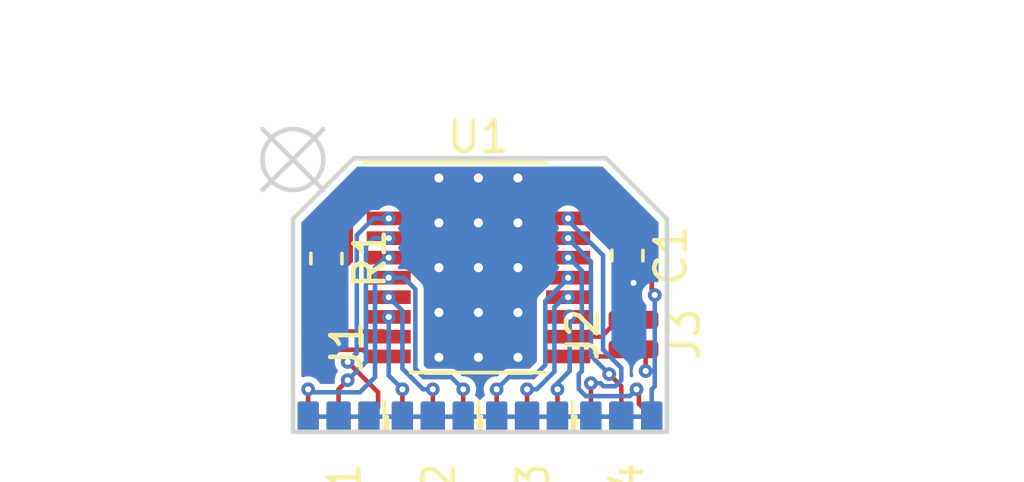
<source format=kicad_pcb>
(kicad_pcb (version 20171130) (host pcbnew 5.0.0-fee4fd1~66~ubuntu18.04.1)

  (general
    (thickness 1.6)
    (drawings 10)
    (tracks 173)
    (zones 0)
    (modules 10)
    (nets 20)
  )

  (page A4)
  (layers
    (0 F.Cu signal)
    (31 B.Cu signal)
    (32 B.Adhes user)
    (33 F.Adhes user)
    (34 B.Paste user hide)
    (35 F.Paste user hide)
    (36 B.SilkS user)
    (37 F.SilkS user hide)
    (38 B.Mask user)
    (39 F.Mask user hide)
    (40 Dwgs.User user)
    (41 Cmts.User user)
    (42 Eco1.User user)
    (43 Eco2.User user)
    (44 Edge.Cuts user)
    (45 Margin user)
    (46 B.CrtYd user)
    (47 F.CrtYd user)
    (48 B.Fab user)
    (49 F.Fab user hide)
  )

  (setup
    (last_trace_width 0.15)
    (trace_clearance 0.1)
    (zone_clearance 0.2)
    (zone_45_only no)
    (trace_min 0.1)
    (segment_width 0.2)
    (edge_width 0.15)
    (via_size 0.45)
    (via_drill 0.2)
    (via_min_size 0.45)
    (via_min_drill 0.2)
    (uvia_size 0.3)
    (uvia_drill 0.1)
    (uvias_allowed no)
    (uvia_min_size 0.2)
    (uvia_min_drill 0.1)
    (pcb_text_width 0.3)
    (pcb_text_size 1.5 1.5)
    (mod_edge_width 0.15)
    (mod_text_size 1 1)
    (mod_text_width 0.15)
    (pad_size 1.524 1.524)
    (pad_drill 0.762)
    (pad_to_mask_clearance 0.075)
    (solder_mask_min_width 0.1)
    (aux_axis_origin 100 100)
    (grid_origin 100 100)
    (visible_elements FFFFFF7F)
    (pcbplotparams
      (layerselection 0x010fc_ffffffff)
      (usegerberextensions false)
      (usegerberattributes false)
      (usegerberadvancedattributes false)
      (creategerberjobfile false)
      (excludeedgelayer true)
      (linewidth 0.100000)
      (plotframeref false)
      (viasonmask false)
      (mode 1)
      (useauxorigin false)
      (hpglpennumber 1)
      (hpglpenspeed 20)
      (hpglpendiameter 15.000000)
      (psnegative false)
      (psa4output false)
      (plotreference true)
      (plotvalue true)
      (plotinvisibletext false)
      (padsonsilk false)
      (subtractmaskfromsilk false)
      (outputformat 1)
      (mirror false)
      (drillshape 1)
      (scaleselection 1)
      (outputdirectory ""))
  )

  (net 0 "")
  (net 1 VCC)
  (net 2 GND)
  (net 3 /led_0_b)
  (net 4 /led_0_g)
  (net 5 /led_0_r)
  (net 6 /led_1_r)
  (net 7 /led_1_g)
  (net 8 /led_1_b)
  (net 9 /led_2_b)
  (net 10 /led_2_g)
  (net 11 /led_2_r)
  (net 12 /led_3_r)
  (net 13 /led_3_g)
  (net 14 /led_3_b)
  (net 15 /clock_in)
  (net 16 /data_in)
  (net 17 /clock_out)
  (net 18 /data_out)
  (net 19 "Net-(R1-Pad1)")

  (net_class Default "This is the default net class."
    (clearance 0.1)
    (trace_width 0.15)
    (via_dia 0.45)
    (via_drill 0.2)
    (uvia_dia 0.3)
    (uvia_drill 0.1)
    (diff_pair_gap 0.1)
    (diff_pair_width 0.1)
    (add_net /clock_in)
    (add_net /clock_out)
    (add_net /data_in)
    (add_net /data_out)
    (add_net /led_0_b)
    (add_net /led_0_g)
    (add_net /led_0_r)
    (add_net /led_1_b)
    (add_net /led_1_g)
    (add_net /led_1_r)
    (add_net /led_2_b)
    (add_net /led_2_g)
    (add_net /led_2_r)
    (add_net /led_3_b)
    (add_net /led_3_g)
    (add_net /led_3_r)
    (add_net GND)
    (add_net "Net-(R1-Pad1)")
    (add_net "Net-(U1-Pad14)")
    (add_net "Net-(U1-Pad17)")
    (add_net "Net-(U1-Pad3)")
    (add_net "Net-(U1-Pad4)")
    (add_net VCC)
  )

  (module Capacitor_SMD:C_0603_1608Metric_Pad1.05x0.95mm_HandSolder (layer F.Cu) (tedit 5B301BBE) (tstamp 5B75E75D)
    (at 111 103.2 270)
    (descr "Capacitor SMD 0603 (1608 Metric), square (rectangular) end terminal, IPC_7351 nominal with elongated pad for handsoldering. (Body size source: http://www.tortai-tech.com/upload/download/2011102023233369053.pdf), generated with kicad-footprint-generator")
    (tags "capacitor handsolder")
    (path /5B69A7A7)
    (attr smd)
    (fp_text reference C1 (at 0 -1.43 270) (layer F.SilkS)
      (effects (font (size 1 1) (thickness 0.15)))
    )
    (fp_text value 100n (at -0.1 -3 270) (layer F.Fab)
      (effects (font (size 1 1) (thickness 0.15)))
    )
    (fp_line (start -0.8 0.4) (end -0.8 -0.4) (layer F.Fab) (width 0.1))
    (fp_line (start -0.8 -0.4) (end 0.8 -0.4) (layer F.Fab) (width 0.1))
    (fp_line (start 0.8 -0.4) (end 0.8 0.4) (layer F.Fab) (width 0.1))
    (fp_line (start 0.8 0.4) (end -0.8 0.4) (layer F.Fab) (width 0.1))
    (fp_line (start -0.171267 -0.51) (end 0.171267 -0.51) (layer F.SilkS) (width 0.12))
    (fp_line (start -0.171267 0.51) (end 0.171267 0.51) (layer F.SilkS) (width 0.12))
    (fp_line (start -1.65 0.73) (end -1.65 -0.73) (layer F.CrtYd) (width 0.05))
    (fp_line (start -1.65 -0.73) (end 1.65 -0.73) (layer F.CrtYd) (width 0.05))
    (fp_line (start 1.65 -0.73) (end 1.65 0.73) (layer F.CrtYd) (width 0.05))
    (fp_line (start 1.65 0.73) (end -1.65 0.73) (layer F.CrtYd) (width 0.05))
    (fp_text user %R (at 0 0 270) (layer F.Fab)
      (effects (font (size 0.4 0.4) (thickness 0.06)))
    )
    (pad 1 smd roundrect (at -0.875 0 270) (size 1.05 0.95) (layers F.Cu F.Paste F.Mask) (roundrect_rratio 0.25)
      (net 1 VCC))
    (pad 2 smd roundrect (at 0.875 0 270) (size 1.05 0.95) (layers F.Cu F.Paste F.Mask) (roundrect_rratio 0.25)
      (net 2 GND))
    (model ${KISYS3DMOD}/Capacitor_SMD.3dshapes/C_0603_1608Metric.wrl
      (at (xyz 0 0 0))
      (scale (xyz 1 1 1))
      (rotate (xyz 0 0 0))
    )
  )

  (module Resistor_SMD:R_0603_1608Metric_Pad1.05x0.95mm_HandSolder (layer F.Cu) (tedit 5B301BBD) (tstamp 5B75E80E)
    (at 101.1 103.3 270)
    (descr "Resistor SMD 0603 (1608 Metric), square (rectangular) end terminal, IPC_7351 nominal with elongated pad for handsoldering. (Body size source: http://www.tortai-tech.com/upload/download/2011102023233369053.pdf), generated with kicad-footprint-generator")
    (tags "resistor handsolder")
    (path /5B69AAAA)
    (attr smd)
    (fp_text reference R1 (at 0 -1.43 270) (layer F.SilkS)
      (effects (font (size 1 1) (thickness 0.15)))
    )
    (fp_text value 2k7 (at 0 1.7 270) (layer F.Fab)
      (effects (font (size 1 1) (thickness 0.15)))
    )
    (fp_line (start -0.8 0.4) (end -0.8 -0.4) (layer F.Fab) (width 0.1))
    (fp_line (start -0.8 -0.4) (end 0.8 -0.4) (layer F.Fab) (width 0.1))
    (fp_line (start 0.8 -0.4) (end 0.8 0.4) (layer F.Fab) (width 0.1))
    (fp_line (start 0.8 0.4) (end -0.8 0.4) (layer F.Fab) (width 0.1))
    (fp_line (start -0.171267 -0.51) (end 0.171267 -0.51) (layer F.SilkS) (width 0.12))
    (fp_line (start -0.171267 0.51) (end 0.171267 0.51) (layer F.SilkS) (width 0.12))
    (fp_line (start -1.65 0.73) (end -1.65 -0.73) (layer F.CrtYd) (width 0.05))
    (fp_line (start -1.65 -0.73) (end 1.65 -0.73) (layer F.CrtYd) (width 0.05))
    (fp_line (start 1.65 -0.73) (end 1.65 0.73) (layer F.CrtYd) (width 0.05))
    (fp_line (start 1.65 0.73) (end -1.65 0.73) (layer F.CrtYd) (width 0.05))
    (fp_text user %R (at 0 0 270) (layer F.Fab)
      (effects (font (size 0.4 0.4) (thickness 0.06)))
    )
    (pad 1 smd roundrect (at -0.875 0 270) (size 1.05 0.95) (layers F.Cu F.Paste F.Mask) (roundrect_rratio 0.25)
      (net 19 "Net-(R1-Pad1)"))
    (pad 2 smd roundrect (at 0.875 0 270) (size 1.05 0.95) (layers F.Cu F.Paste F.Mask) (roundrect_rratio 0.25)
      (net 2 GND))
    (model ${KISYS3DMOD}/Resistor_SMD.3dshapes/R_0603_1608Metric.wrl
      (at (xyz 0 0 0))
      (scale (xyz 1 1 1))
      (rotate (xyz 0 0 0))
    )
  )

  (module LEDs_SMD_NICHIA:LED_NSSM124_PCBEdge (layer F.Cu) (tedit 5B82EBF7) (tstamp 5B8FA77E)
    (at 101.5 109 270)
    (descr http://www.nichia.co.jp/en/product/led_product_data.html?type=%27NSSM124%27)
    (tags "LED RGB SMD NICHIA NSSM124 White-Binning rounded PCBEdge")
    (path /5B69B7B8)
    (attr smd)
    (fp_text reference D1 (at 2 -0.2 270) (layer F.SilkS)
      (effects (font (size 1 1) (thickness 0.15)))
    )
    (fp_text value led_0 (at 3.5 -0.1 270) (layer F.Fab)
      (effects (font (size 1 1) (thickness 0.15)))
    )
    (fp_text user R (at 0.45 1 270) (layer F.Fab)
      (effects (font (size 0.5 0.5) (thickness 0.1)))
    )
    (fp_text user G (at 0.45 0 270) (layer F.Fab)
      (effects (font (size 0.5 0.5) (thickness 0.1)))
    )
    (fp_text user B (at 0.45 -1 270) (layer F.Fab)
      (effects (font (size 0.5 0.5) (thickness 0.1)))
    )
    (fp_line (start 0.3 -1.5) (end 0 -1.2) (layer F.Fab) (width 0.1))
    (fp_line (start 0.3 -1.5) (end 0.75 -1.5) (layer F.Fab) (width 0.1))
    (fp_line (start 0.75 -1.5) (end 0.75 1.5) (layer F.Fab) (width 0.1))
    (fp_line (start 0.75 1.5) (end 0 1.5) (layer F.Fab) (width 0.1))
    (fp_line (start 0 1.5) (end 0 -1.2) (layer F.Fab) (width 0.1))
    (fp_line (start -1.05 -1.5) (end 0.75 -1.5) (layer F.CrtYd) (width 0.05))
    (fp_line (start 0.75 -1.5) (end 0.75 1.5) (layer F.CrtYd) (width 0.05))
    (fp_line (start 0.75 1.5) (end -1.05 1.5) (layer F.CrtYd) (width 0.05))
    (fp_line (start -1.05 1.5) (end -1.05 -1.5) (layer F.CrtYd) (width 0.05))
    (fp_line (start -0.05 -1.5) (end -1 -1.5) (layer F.SilkS) (width 0.12))
    (fp_line (start -0.05 1.5) (end -0.5 1.5) (layer F.SilkS) (width 0.12))
    (fp_text user %R (at 0 -0.5 270) (layer F.Fab)
      (effects (font (size 0.127 0.127) (thickness 0.01)))
    )
    (pad 3 smd roundrect (at -0.5 1 270) (size 1 0.7) (layers F.Cu F.Mask) (roundrect_rratio 0.1)
      (net 3 /led_0_b))
    (pad 2 smd roundrect (at -0.5 0 270) (size 1 0.8) (layers F.Cu F.Mask) (roundrect_rratio 0.1)
      (net 4 /led_0_g))
    (pad 4 smd roundrect (at -0.5 1 270) (size 1 0.7) (layers B.Cu B.Mask) (roundrect_rratio 0.1)
      (net 1 VCC))
    (pad 5 smd roundrect (at -0.5 0 270) (size 1 0.8) (layers B.Cu B.Mask) (roundrect_rratio 0.1)
      (net 1 VCC))
    (pad 6 smd roundrect (at -0.5 -1 270) (size 1 0.7) (layers B.Cu B.Mask) (roundrect_rratio 0.1)
      (net 1 VCC))
    (pad 1 smd roundrect (at -0.5 -1 270) (size 1 0.7) (layers F.Cu F.Mask) (roundrect_rratio 0.1)
      (net 5 /led_0_r))
    (model ${KISYS3DMOD}/LEDs_SMD_NICHIA.3dshapes/LED_NSSM124_PCBEdge.wrl
      (at (xyz 0 0 0))
      (scale (xyz 1 1 1))
      (rotate (xyz 0 0 0))
    )
  )

  (module LEDs_SMD_NICHIA:LED_NSSM124_PCBEdge (layer F.Cu) (tedit 5B82EBF7) (tstamp 5B8FA796)
    (at 104.6 109 270)
    (descr http://www.nichia.co.jp/en/product/led_product_data.html?type=%27NSSM124%27)
    (tags "LED RGB SMD NICHIA NSSM124 White-Binning rounded PCBEdge")
    (path /5B69B96E)
    (attr smd)
    (fp_text reference D2 (at 2 -0.2 270) (layer F.SilkS)
      (effects (font (size 1 1) (thickness 0.15)))
    )
    (fp_text value led_1 (at 3.5 -0.1 270) (layer F.Fab)
      (effects (font (size 1 1) (thickness 0.15)))
    )
    (fp_text user %R (at 0 -0.5 270) (layer F.Fab)
      (effects (font (size 0.127 0.127) (thickness 0.01)))
    )
    (fp_line (start -0.05 1.5) (end -0.5 1.5) (layer F.SilkS) (width 0.12))
    (fp_line (start -0.05 -1.5) (end -1 -1.5) (layer F.SilkS) (width 0.12))
    (fp_line (start -1.05 1.5) (end -1.05 -1.5) (layer F.CrtYd) (width 0.05))
    (fp_line (start 0.75 1.5) (end -1.05 1.5) (layer F.CrtYd) (width 0.05))
    (fp_line (start 0.75 -1.5) (end 0.75 1.5) (layer F.CrtYd) (width 0.05))
    (fp_line (start -1.05 -1.5) (end 0.75 -1.5) (layer F.CrtYd) (width 0.05))
    (fp_line (start 0 1.5) (end 0 -1.2) (layer F.Fab) (width 0.1))
    (fp_line (start 0.75 1.5) (end 0 1.5) (layer F.Fab) (width 0.1))
    (fp_line (start 0.75 -1.5) (end 0.75 1.5) (layer F.Fab) (width 0.1))
    (fp_line (start 0.3 -1.5) (end 0.75 -1.5) (layer F.Fab) (width 0.1))
    (fp_line (start 0.3 -1.5) (end 0 -1.2) (layer F.Fab) (width 0.1))
    (fp_text user B (at 0.45 -1 270) (layer F.Fab)
      (effects (font (size 0.5 0.5) (thickness 0.1)))
    )
    (fp_text user G (at 0.45 0 270) (layer F.Fab)
      (effects (font (size 0.5 0.5) (thickness 0.1)))
    )
    (fp_text user R (at 0.45 1 270) (layer F.Fab)
      (effects (font (size 0.5 0.5) (thickness 0.1)))
    )
    (pad 1 smd roundrect (at -0.5 -1 270) (size 1 0.7) (layers F.Cu F.Mask) (roundrect_rratio 0.1)
      (net 6 /led_1_r))
    (pad 6 smd roundrect (at -0.5 -1 270) (size 1 0.7) (layers B.Cu B.Mask) (roundrect_rratio 0.1)
      (net 1 VCC))
    (pad 5 smd roundrect (at -0.5 0 270) (size 1 0.8) (layers B.Cu B.Mask) (roundrect_rratio 0.1)
      (net 1 VCC))
    (pad 4 smd roundrect (at -0.5 1 270) (size 1 0.7) (layers B.Cu B.Mask) (roundrect_rratio 0.1)
      (net 1 VCC))
    (pad 2 smd roundrect (at -0.5 0 270) (size 1 0.8) (layers F.Cu F.Mask) (roundrect_rratio 0.1)
      (net 7 /led_1_g))
    (pad 3 smd roundrect (at -0.5 1 270) (size 1 0.7) (layers F.Cu F.Mask) (roundrect_rratio 0.1)
      (net 8 /led_1_b))
    (model ${KISYS3DMOD}/LEDs_SMD_NICHIA.3dshapes/LED_NSSM124_PCBEdge.wrl
      (at (xyz 0 0 0))
      (scale (xyz 1 1 1))
      (rotate (xyz 0 0 0))
    )
  )

  (module LEDs_SMD_NICHIA:LED_NSSM124_PCBEdge (layer F.Cu) (tedit 5B82EBF7) (tstamp 5B8FA7AE)
    (at 107.7 109 270)
    (descr http://www.nichia.co.jp/en/product/led_product_data.html?type=%27NSSM124%27)
    (tags "LED RGB SMD NICHIA NSSM124 White-Binning rounded PCBEdge")
    (path /5B69BA7A)
    (attr smd)
    (fp_text reference D3 (at 2 -0.2 270) (layer F.SilkS)
      (effects (font (size 1 1) (thickness 0.15)))
    )
    (fp_text value led_2 (at 3.5 -0.1 270) (layer F.Fab)
      (effects (font (size 1 1) (thickness 0.15)))
    )
    (fp_text user R (at 0.45 1 270) (layer F.Fab)
      (effects (font (size 0.5 0.5) (thickness 0.1)))
    )
    (fp_text user G (at 0.45 0 270) (layer F.Fab)
      (effects (font (size 0.5 0.5) (thickness 0.1)))
    )
    (fp_text user B (at 0.45 -1 270) (layer F.Fab)
      (effects (font (size 0.5 0.5) (thickness 0.1)))
    )
    (fp_line (start 0.3 -1.5) (end 0 -1.2) (layer F.Fab) (width 0.1))
    (fp_line (start 0.3 -1.5) (end 0.75 -1.5) (layer F.Fab) (width 0.1))
    (fp_line (start 0.75 -1.5) (end 0.75 1.5) (layer F.Fab) (width 0.1))
    (fp_line (start 0.75 1.5) (end 0 1.5) (layer F.Fab) (width 0.1))
    (fp_line (start 0 1.5) (end 0 -1.2) (layer F.Fab) (width 0.1))
    (fp_line (start -1.05 -1.5) (end 0.75 -1.5) (layer F.CrtYd) (width 0.05))
    (fp_line (start 0.75 -1.5) (end 0.75 1.5) (layer F.CrtYd) (width 0.05))
    (fp_line (start 0.75 1.5) (end -1.05 1.5) (layer F.CrtYd) (width 0.05))
    (fp_line (start -1.05 1.5) (end -1.05 -1.5) (layer F.CrtYd) (width 0.05))
    (fp_line (start -0.05 -1.5) (end -1 -1.5) (layer F.SilkS) (width 0.12))
    (fp_line (start -0.05 1.5) (end -0.5 1.5) (layer F.SilkS) (width 0.12))
    (fp_text user %R (at 0 -0.5 270) (layer F.Fab)
      (effects (font (size 0.127 0.127) (thickness 0.01)))
    )
    (pad 3 smd roundrect (at -0.5 1 270) (size 1 0.7) (layers F.Cu F.Mask) (roundrect_rratio 0.1)
      (net 9 /led_2_b))
    (pad 2 smd roundrect (at -0.5 0 270) (size 1 0.8) (layers F.Cu F.Mask) (roundrect_rratio 0.1)
      (net 10 /led_2_g))
    (pad 4 smd roundrect (at -0.5 1 270) (size 1 0.7) (layers B.Cu B.Mask) (roundrect_rratio 0.1)
      (net 1 VCC))
    (pad 5 smd roundrect (at -0.5 0 270) (size 1 0.8) (layers B.Cu B.Mask) (roundrect_rratio 0.1)
      (net 1 VCC))
    (pad 6 smd roundrect (at -0.5 -1 270) (size 1 0.7) (layers B.Cu B.Mask) (roundrect_rratio 0.1)
      (net 1 VCC))
    (pad 1 smd roundrect (at -0.5 -1 270) (size 1 0.7) (layers F.Cu F.Mask) (roundrect_rratio 0.1)
      (net 11 /led_2_r))
    (model ${KISYS3DMOD}/LEDs_SMD_NICHIA.3dshapes/LED_NSSM124_PCBEdge.wrl
      (at (xyz 0 0 0))
      (scale (xyz 1 1 1))
      (rotate (xyz 0 0 0))
    )
  )

  (module LEDs_SMD_NICHIA:LED_NSSM124_PCBEdge (layer F.Cu) (tedit 5B82EBF7) (tstamp 5B8FA7C6)
    (at 110.8 109 270)
    (descr http://www.nichia.co.jp/en/product/led_product_data.html?type=%27NSSM124%27)
    (tags "LED RGB SMD NICHIA NSSM124 White-Binning rounded PCBEdge")
    (path /5B69BC3F)
    (attr smd)
    (fp_text reference D4 (at 2 -0.2 270) (layer F.SilkS)
      (effects (font (size 1 1) (thickness 0.15)))
    )
    (fp_text value led_3 (at 3.5 -0.1 270) (layer F.Fab)
      (effects (font (size 1 1) (thickness 0.15)))
    )
    (fp_text user %R (at 0 -0.5 270) (layer F.Fab)
      (effects (font (size 0.127 0.127) (thickness 0.01)))
    )
    (fp_line (start -0.05 1.5) (end -0.5 1.5) (layer F.SilkS) (width 0.12))
    (fp_line (start -0.05 -1.5) (end -1 -1.5) (layer F.SilkS) (width 0.12))
    (fp_line (start -1.05 1.5) (end -1.05 -1.5) (layer F.CrtYd) (width 0.05))
    (fp_line (start 0.75 1.5) (end -1.05 1.5) (layer F.CrtYd) (width 0.05))
    (fp_line (start 0.75 -1.5) (end 0.75 1.5) (layer F.CrtYd) (width 0.05))
    (fp_line (start -1.05 -1.5) (end 0.75 -1.5) (layer F.CrtYd) (width 0.05))
    (fp_line (start 0 1.5) (end 0 -1.2) (layer F.Fab) (width 0.1))
    (fp_line (start 0.75 1.5) (end 0 1.5) (layer F.Fab) (width 0.1))
    (fp_line (start 0.75 -1.5) (end 0.75 1.5) (layer F.Fab) (width 0.1))
    (fp_line (start 0.3 -1.5) (end 0.75 -1.5) (layer F.Fab) (width 0.1))
    (fp_line (start 0.3 -1.5) (end 0 -1.2) (layer F.Fab) (width 0.1))
    (fp_text user B (at 0.45 -1 270) (layer F.Fab)
      (effects (font (size 0.5 0.5) (thickness 0.1)))
    )
    (fp_text user G (at 0.45 0 270) (layer F.Fab)
      (effects (font (size 0.5 0.5) (thickness 0.1)))
    )
    (fp_text user R (at 0.45 1 270) (layer F.Fab)
      (effects (font (size 0.5 0.5) (thickness 0.1)))
    )
    (pad 1 smd roundrect (at -0.5 -1 270) (size 1 0.7) (layers F.Cu F.Mask) (roundrect_rratio 0.1)
      (net 12 /led_3_r))
    (pad 6 smd roundrect (at -0.5 -1 270) (size 1 0.7) (layers B.Cu B.Mask) (roundrect_rratio 0.1)
      (net 1 VCC))
    (pad 5 smd roundrect (at -0.5 0 270) (size 1 0.8) (layers B.Cu B.Mask) (roundrect_rratio 0.1)
      (net 1 VCC))
    (pad 4 smd roundrect (at -0.5 1 270) (size 1 0.7) (layers B.Cu B.Mask) (roundrect_rratio 0.1)
      (net 1 VCC))
    (pad 2 smd roundrect (at -0.5 0 270) (size 1 0.8) (layers F.Cu F.Mask) (roundrect_rratio 0.1)
      (net 13 /led_3_g))
    (pad 3 smd roundrect (at -0.5 1 270) (size 1 0.7) (layers F.Cu F.Mask) (roundrect_rratio 0.1)
      (net 14 /led_3_b))
    (model ${KISYS3DMOD}/LEDs_SMD_NICHIA.3dshapes/LED_NSSM124_PCBEdge.wrl
      (at (xyz 0 0 0))
      (scale (xyz 1 1 1))
      (rotate (xyz 0 0 0))
    )
  )

  (module Resistor_SMD:R_0402_1005Metric (layer F.Cu) (tedit 5B301BBD) (tstamp 5B9E7E5A)
    (at 111.7 105.8 270)
    (descr "Resistor SMD 0402 (1005 Metric), square (rectangular) end terminal, IPC_7351 nominal, (Body size source: http://www.tortai-tech.com/upload/download/2011102023233369053.pdf), generated with kicad-footprint-generator")
    (tags resistor)
    (path /5B697371)
    (attr smd)
    (fp_text reference J3 (at 0 -1.17 270) (layer F.SilkS)
      (effects (font (size 1 1) (thickness 0.15)))
    )
    (fp_text value power (at 0.9 -3.3 180) (layer F.Fab)
      (effects (font (size 1 1) (thickness 0.15)))
    )
    (fp_line (start -0.5 0.25) (end -0.5 -0.25) (layer F.Fab) (width 0.1))
    (fp_line (start -0.5 -0.25) (end 0.5 -0.25) (layer F.Fab) (width 0.1))
    (fp_line (start 0.5 -0.25) (end 0.5 0.25) (layer F.Fab) (width 0.1))
    (fp_line (start 0.5 0.25) (end -0.5 0.25) (layer F.Fab) (width 0.1))
    (fp_line (start -0.93 0.47) (end -0.93 -0.47) (layer F.CrtYd) (width 0.05))
    (fp_line (start -0.93 -0.47) (end 0.93 -0.47) (layer F.CrtYd) (width 0.05))
    (fp_line (start 0.93 -0.47) (end 0.93 0.47) (layer F.CrtYd) (width 0.05))
    (fp_line (start 0.93 0.47) (end -0.93 0.47) (layer F.CrtYd) (width 0.05))
    (fp_text user %R (at 0 0 270) (layer F.Fab)
      (effects (font (size 0.25 0.25) (thickness 0.04)))
    )
    (pad 1 smd roundrect (at -0.485 0 270) (size 0.59 0.64) (layers F.Cu F.Paste F.Mask) (roundrect_rratio 0.25)
      (net 2 GND))
    (pad 2 smd roundrect (at 0.485 0 270) (size 0.59 0.64) (layers F.Cu F.Paste F.Mask) (roundrect_rratio 0.25)
      (net 1 VCC))
    (model ${KISYS3DMOD}/Resistor_SMD.3dshapes/R_0402_1005Metric.wrl
      (at (xyz 0 0 0))
      (scale (xyz 1 1 1))
      (rotate (xyz 0 0 0))
    )
  )

  (module Resistor_SMD:R_0402_1005Metric (layer F.Cu) (tedit 5B301BBD) (tstamp 5B9E82FB)
    (at 100.6 106.2 270)
    (descr "Resistor SMD 0402 (1005 Metric), square (rectangular) end terminal, IPC_7351 nominal, (Body size source: http://www.tortai-tech.com/upload/download/2011102023233369053.pdf), generated with kicad-footprint-generator")
    (tags resistor)
    (path /5B697555)
    (attr smd)
    (fp_text reference J1 (at 0 -1.17 270) (layer F.SilkS)
      (effects (font (size 1 1) (thickness 0.15)))
    )
    (fp_text value signal_in (at 0 4.25) (layer F.Fab)
      (effects (font (size 1 1) (thickness 0.15)))
    )
    (fp_line (start -0.5 0.25) (end -0.5 -0.25) (layer F.Fab) (width 0.1))
    (fp_line (start -0.5 -0.25) (end 0.5 -0.25) (layer F.Fab) (width 0.1))
    (fp_line (start 0.5 -0.25) (end 0.5 0.25) (layer F.Fab) (width 0.1))
    (fp_line (start 0.5 0.25) (end -0.5 0.25) (layer F.Fab) (width 0.1))
    (fp_line (start -0.93 0.47) (end -0.93 -0.47) (layer F.CrtYd) (width 0.05))
    (fp_line (start -0.93 -0.47) (end 0.93 -0.47) (layer F.CrtYd) (width 0.05))
    (fp_line (start 0.93 -0.47) (end 0.93 0.47) (layer F.CrtYd) (width 0.05))
    (fp_line (start 0.93 0.47) (end -0.93 0.47) (layer F.CrtYd) (width 0.05))
    (fp_text user %R (at 0 0 270) (layer F.Fab)
      (effects (font (size 0.25 0.25) (thickness 0.04)))
    )
    (pad 1 smd roundrect (at -0.485 0 270) (size 0.59 0.64) (layers F.Cu F.Paste F.Mask) (roundrect_rratio 0.25)
      (net 16 /data_in))
    (pad 2 smd roundrect (at 0.485 0 270) (size 0.59 0.64) (layers F.Cu F.Paste F.Mask) (roundrect_rratio 0.25)
      (net 15 /clock_in))
    (model ${KISYS3DMOD}/Resistor_SMD.3dshapes/R_0402_1005Metric.wrl
      (at (xyz 0 0 0))
      (scale (xyz 1 1 1))
      (rotate (xyz 0 0 0))
    )
  )

  (module Resistor_SMD:R_0402_1005Metric (layer F.Cu) (tedit 5B301BBD) (tstamp 5B9E8309)
    (at 110.7 105.8 90)
    (descr "Resistor SMD 0402 (1005 Metric), square (rectangular) end terminal, IPC_7351 nominal, (Body size source: http://www.tortai-tech.com/upload/download/2011102023233369053.pdf), generated with kicad-footprint-generator")
    (tags resistor)
    (path /5B69763E)
    (attr smd)
    (fp_text reference J2 (at 0 -1.17 90) (layer F.SilkS)
      (effects (font (size 1 1) (thickness 0.15)))
    )
    (fp_text value signal_out (at 0.1 6 180) (layer F.Fab)
      (effects (font (size 1 1) (thickness 0.15)))
    )
    (fp_text user %R (at 0 0 90) (layer F.Fab)
      (effects (font (size 0.25 0.25) (thickness 0.04)))
    )
    (fp_line (start 0.93 0.47) (end -0.93 0.47) (layer F.CrtYd) (width 0.05))
    (fp_line (start 0.93 -0.47) (end 0.93 0.47) (layer F.CrtYd) (width 0.05))
    (fp_line (start -0.93 -0.47) (end 0.93 -0.47) (layer F.CrtYd) (width 0.05))
    (fp_line (start -0.93 0.47) (end -0.93 -0.47) (layer F.CrtYd) (width 0.05))
    (fp_line (start 0.5 0.25) (end -0.5 0.25) (layer F.Fab) (width 0.1))
    (fp_line (start 0.5 -0.25) (end 0.5 0.25) (layer F.Fab) (width 0.1))
    (fp_line (start -0.5 -0.25) (end 0.5 -0.25) (layer F.Fab) (width 0.1))
    (fp_line (start -0.5 0.25) (end -0.5 -0.25) (layer F.Fab) (width 0.1))
    (pad 2 smd roundrect (at 0.485 0 90) (size 0.59 0.64) (layers F.Cu F.Paste F.Mask) (roundrect_rratio 0.25)
      (net 18 /data_out))
    (pad 1 smd roundrect (at -0.485 0 90) (size 0.59 0.64) (layers F.Cu F.Paste F.Mask) (roundrect_rratio 0.25)
      (net 17 /clock_out))
    (model ${KISYS3DMOD}/Resistor_SMD.3dshapes/R_0402_1005Metric.wrl
      (at (xyz 0 0 0))
      (scale (xyz 1 1 1))
      (rotate (xyz 0 0 0))
    )
  )

  (module Package_SO:HTSSOP-20-1EP_4.4x6.5mm_P0.65mm_EP3.4x6.5mm_ThermalVias (layer F.Cu) (tedit 5A6719D8) (tstamp 5B9FBE21)
    (at 106.1 103.6)
    (descr "20-Lead Plastic Thin Shrink Small Outline (ST)-4.4 mm Body [HTSSOP], with thermal pad with vias")
    (tags "HTSSOP 0.65")
    (path /5B6971A6)
    (attr smd)
    (fp_text reference U1 (at 0 -4.3) (layer F.SilkS)
      (effects (font (size 1 1) (thickness 0.15)))
    )
    (fp_text value TLC5971PWP (at 0 -4.7) (layer F.Fab)
      (effects (font (size 1 1) (thickness 0.15)))
    )
    (fp_line (start -1.2 -3.25) (end 2.2 -3.25) (layer F.Fab) (width 0.1))
    (fp_line (start 2.2 -3.25) (end 2.2 3.25) (layer F.Fab) (width 0.1))
    (fp_line (start 2.2 3.25) (end -2.2 3.25) (layer F.Fab) (width 0.1))
    (fp_line (start -2.2 3.25) (end -2.2 -2.25) (layer F.Fab) (width 0.1))
    (fp_line (start -2.2 -2.25) (end -1.2 -3.25) (layer F.Fab) (width 0.1))
    (fp_line (start -3.95 -3.55) (end -3.95 3.55) (layer F.CrtYd) (width 0.05))
    (fp_line (start 3.95 -3.55) (end 3.95 3.55) (layer F.CrtYd) (width 0.05))
    (fp_line (start -3.95 -3.55) (end 3.95 -3.55) (layer F.CrtYd) (width 0.05))
    (fp_line (start -3.95 3.55) (end 3.95 3.55) (layer F.CrtYd) (width 0.05))
    (fp_line (start -2.23 3.45) (end 2.23 3.45) (layer F.SilkS) (width 0.12))
    (fp_line (start -3.75 -3.45) (end 2.23 -3.45) (layer F.SilkS) (width 0.12))
    (fp_text user %R (at 0 0) (layer F.Fab)
      (effects (font (size 0.8 0.8) (thickness 0.15)))
    )
    (pad 21 smd rect (at 0 0) (size 3.4 6.5) (layers B.Cu)
      (net 2 GND))
    (pad 1 smd rect (at -2.95 -2.92) (size 1.45 0.45) (layers F.Cu F.Paste F.Mask)
      (net 19 "Net-(R1-Pad1)"))
    (pad 2 smd rect (at -2.95 -2.27) (size 1.45 0.45) (layers F.Cu F.Paste F.Mask)
      (net 2 GND))
    (pad 3 smd rect (at -2.95 -1.62) (size 1.45 0.45) (layers F.Cu F.Paste F.Mask)
      (net 5 /led_0_r))
    (pad 4 smd rect (at -2.95 -0.97) (size 1.45 0.45) (layers F.Cu F.Paste F.Mask)
      (net 4 /led_0_g))
    (pad 5 smd rect (at -2.95 -0.33) (size 1.45 0.45) (layers F.Cu F.Paste F.Mask)
      (net 3 /led_0_b))
    (pad 6 smd rect (at -2.95 0.33) (size 1.45 0.45) (layers F.Cu F.Paste F.Mask)
      (net 6 /led_1_r))
    (pad 7 smd rect (at -2.95 0.97) (size 1.45 0.45) (layers F.Cu F.Paste F.Mask)
      (net 7 /led_1_g))
    (pad 8 smd rect (at -2.95 1.62) (size 1.45 0.45) (layers F.Cu F.Paste F.Mask)
      (net 8 /led_1_b))
    (pad 9 smd rect (at -2.95 2.27) (size 1.45 0.45) (layers F.Cu F.Paste F.Mask)
      (net 16 /data_in))
    (pad 10 smd rect (at -2.95 2.92) (size 1.45 0.45) (layers F.Cu F.Paste F.Mask)
      (net 15 /clock_in))
    (pad 11 smd rect (at 2.95 2.92) (size 1.45 0.45) (layers F.Cu F.Paste F.Mask)
      (net 17 /clock_out))
    (pad 12 smd rect (at 2.95 2.27) (size 1.45 0.45) (layers F.Cu F.Paste F.Mask)
      (net 18 /data_out))
    (pad 13 smd rect (at 2.95 1.62) (size 1.45 0.45) (layers F.Cu F.Paste F.Mask)
      (net 11 /led_2_r))
    (pad 14 smd rect (at 2.95 0.97) (size 1.45 0.45) (layers F.Cu F.Paste F.Mask)
      (net 10 /led_2_g))
    (pad 15 smd rect (at 2.95 0.33) (size 1.45 0.45) (layers F.Cu F.Paste F.Mask)
      (net 9 /led_2_b))
    (pad 16 smd rect (at 2.95 -0.33) (size 1.45 0.45) (layers F.Cu F.Paste F.Mask)
      (net 12 /led_3_r))
    (pad 17 smd rect (at 2.95 -0.97) (size 1.45 0.45) (layers F.Cu F.Paste F.Mask)
      (net 13 /led_3_g))
    (pad 18 smd rect (at 2.95 -1.62) (size 1.45 0.45) (layers F.Cu F.Paste F.Mask)
      (net 14 /led_3_b))
    (pad 19 smd rect (at 2.95 -2.27) (size 1.45 0.45) (layers F.Cu F.Paste F.Mask)
      (net 1 VCC))
    (pad 20 smd rect (at 2.95 -2.92) (size 1.45 0.45) (layers F.Cu F.Paste F.Mask)
      (net 1 VCC))
    (pad 21 thru_hole circle (at -1.3 -2.95) (size 0.6 0.6) (drill 0.3) (layers *.Cu)
      (net 2 GND))
    (pad 21 smd rect (at 0 0) (size 3.4 6.5) (layers F.Cu F.Mask)
      (net 2 GND))
    (pad "" smd rect (at -0.85 -2.2125) (size 1.4 1.075) (layers F.Paste))
    (pad "" smd rect (at 0.85 -2.2125) (size 1.4 1.075) (layers F.Paste))
    (pad "" smd rect (at 0.85 -0.7375) (size 1.4 1.075) (layers F.Paste))
    (pad "" smd rect (at -0.85 -0.7375) (size 1.4 1.075) (layers F.Paste))
    (pad "" smd rect (at 0.85 0.7375) (size 1.4 1.075) (layers F.Paste))
    (pad "" smd rect (at -0.85 0.7375) (size 1.4 1.075) (layers F.Paste))
    (pad "" smd rect (at 0.85 2.2125) (size 1.4 1.075) (layers F.Paste))
    (pad "" smd rect (at -0.85 2.2125) (size 1.4 1.075) (layers F.Paste))
    (pad 21 thru_hole circle (at 0 -2.95) (size 0.6 0.6) (drill 0.3) (layers *.Cu)
      (net 2 GND))
    (pad 21 thru_hole circle (at 1.3 -2.95) (size 0.6 0.6) (drill 0.3) (layers *.Cu)
      (net 2 GND))
    (pad 21 thru_hole circle (at 1.3 -1.475) (size 0.6 0.6) (drill 0.3) (layers *.Cu)
      (net 2 GND))
    (pad 21 thru_hole circle (at 0 -1.475) (size 0.6 0.6) (drill 0.3) (layers *.Cu)
      (net 2 GND))
    (pad 21 thru_hole circle (at -1.3 -1.475) (size 0.6 0.6) (drill 0.3) (layers *.Cu)
      (net 2 GND))
    (pad 21 thru_hole circle (at 1.3 0) (size 0.6 0.6) (drill 0.3) (layers *.Cu)
      (net 2 GND))
    (pad 21 thru_hole circle (at 0 0) (size 0.6 0.6) (drill 0.3) (layers *.Cu)
      (net 2 GND))
    (pad 21 thru_hole circle (at -1.3 0) (size 0.6 0.6) (drill 0.3) (layers *.Cu)
      (net 2 GND))
    (pad 21 thru_hole circle (at 1.3 1.475) (size 0.6 0.6) (drill 0.3) (layers *.Cu)
      (net 2 GND))
    (pad 21 thru_hole circle (at 0 1.475) (size 0.6 0.6) (drill 0.3) (layers *.Cu)
      (net 2 GND))
    (pad 21 thru_hole circle (at -1.3 1.475) (size 0.6 0.6) (drill 0.3) (layers *.Cu)
      (net 2 GND))
    (pad 21 thru_hole circle (at 1.3 2.95) (size 0.6 0.6) (drill 0.3) (layers *.Cu)
      (net 2 GND))
    (pad 21 thru_hole circle (at 0 2.95) (size 0.6 0.6) (drill 0.3) (layers *.Cu)
      (net 2 GND))
    (pad 21 thru_hole circle (at -1.3 2.95) (size 0.6 0.6) (drill 0.3) (layers *.Cu)
      (net 2 GND))
    (model ${KISYS3DMOD}/Package_SO.3dshapes/HTSSOP-20-1EP_4.4x6.5mm_P0.65mm_EP3.4x6.5mm.wrl
      (at (xyz 0 0 0))
      (scale (xyz 1 1 1))
      (rotate (xyz 0 0 0))
    )
  )

  (gr_text "LEDs are \nEdge-Mounted" (at 112.8 109) (layer Cmts.User)
    (effects (font (size 1 1) (thickness 0.15)) (justify left))
  )
  (gr_line (start 110.3 100) (end 112.3 102) (layer Edge.Cuts) (width 0.15))
  (gr_line (start 100 102) (end 102 100) (layer Edge.Cuts) (width 0.15))
  (dimension 9 (width 0.3) (layer Cmts.User)
    (gr_text "9,000 mm" (at 95.9 104.5 270) (layer Cmts.User)
      (effects (font (size 1.5 1.5) (thickness 0.3)))
    )
    (feature1 (pts (xy 100 109) (xy 97.413579 109)))
    (feature2 (pts (xy 100 100) (xy 97.413579 100)))
    (crossbar (pts (xy 98 100) (xy 98 109)))
    (arrow1a (pts (xy 98 109) (xy 97.413579 107.873496)))
    (arrow1b (pts (xy 98 109) (xy 98.586421 107.873496)))
    (arrow2a (pts (xy 98 100) (xy 97.413579 101.126504)))
    (arrow2b (pts (xy 98 100) (xy 98.586421 101.126504)))
  )
  (gr_line (start 100 109) (end 100 102) (layer Edge.Cuts) (width 0.15))
  (gr_line (start 112.3 109) (end 100 109) (layer Edge.Cuts) (width 0.15))
  (gr_line (start 112.3 102) (end 112.3 109) (layer Edge.Cuts) (width 0.15))
  (gr_line (start 102 100) (end 110.3 100) (layer Edge.Cuts) (width 0.15))
  (dimension 12.3 (width 0.3) (layer Cmts.User)
    (gr_text "12,300 mm" (at 106.15 95.9) (layer Cmts.User)
      (effects (font (size 1.5 1.5) (thickness 0.3)))
    )
    (feature1 (pts (xy 112.3 100) (xy 112.3 97.413579)))
    (feature2 (pts (xy 100 100) (xy 100 97.413579)))
    (crossbar (pts (xy 100 98) (xy 112.3 98)))
    (arrow1a (pts (xy 112.3 98) (xy 111.173496 98.586421)))
    (arrow1b (pts (xy 112.3 98) (xy 111.173496 97.413579)))
    (arrow2a (pts (xy 100 98) (xy 101.126504 98.586421)))
    (arrow2b (pts (xy 100 98) (xy 101.126504 97.413579)))
  )
  (target x (at 99.997781 100.043522) (size 2) (width 0.15) (layer Edge.Cuts) (tstamp 5B75EADD))

  (segment (start 111 102.325) (end 111 101.7) (width 0.15) (layer F.Cu) (net 1))
  (segment (start 110.63 101.33) (end 109.05 101.33) (width 0.15) (layer F.Cu) (net 1))
  (segment (start 111 101.7) (end 110.63 101.33) (width 0.15) (layer F.Cu) (net 1))
  (segment (start 109.05 100.68) (end 109.05 101.33) (width 0.15) (layer F.Cu) (net 1))
  (segment (start 111.575 102.325) (end 111 102.325) (width 0.15) (layer F.Cu) (net 1))
  (segment (start 111.8 102.55) (end 111.575 102.325) (width 0.15) (layer F.Cu) (net 1))
  (segment (start 111.8 108.5) (end 111.8 107.6) (width 0.15) (layer B.Cu) (net 1))
  (segment (start 111.8 102.55) (end 111.8 104.3) (width 0.15) (layer F.Cu) (net 1))
  (via (at 111.9 104.5) (size 0.45) (drill 0.2) (layers F.Cu B.Cu) (net 1))
  (segment (start 111.8 104.3) (end 111.9 104.4) (width 0.15) (layer F.Cu) (net 1))
  (segment (start 111.9 104.4) (end 111.9 104.5) (width 0.15) (layer F.Cu) (net 1))
  (segment (start 111.9 107.5) (end 111.8 107.6) (width 0.15) (layer B.Cu) (net 1))
  (segment (start 111.9 107) (end 111.6 107) (width 0.15) (layer B.Cu) (net 1))
  (segment (start 111.9 107) (end 111.9 107.5) (width 0.15) (layer B.Cu) (net 1))
  (via (at 111.6 107) (size 0.45) (drill 0.2) (layers F.Cu B.Cu) (net 1))
  (segment (start 111.9 104.5) (end 111.9 107) (width 0.15) (layer B.Cu) (net 1))
  (segment (start 111.6 106.385) (end 111.7 106.285) (width 0.15) (layer F.Cu) (net 1))
  (segment (start 111.6 107) (end 111.6 106.385) (width 0.15) (layer F.Cu) (net 1))
  (segment (start 100.5 108.5) (end 101.5 108.5) (width 0.15) (layer B.Cu) (net 1))
  (segment (start 101.5 108.5) (end 102.5 108.5) (width 0.15) (layer B.Cu) (net 1))
  (segment (start 102.5 108.5) (end 103.6 108.5) (width 0.15) (layer B.Cu) (net 1))
  (segment (start 103.6 108.5) (end 104.6 108.5) (width 0.15) (layer B.Cu) (net 1))
  (segment (start 104.6 108.5) (end 105.6 108.5) (width 0.15) (layer B.Cu) (net 1))
  (segment (start 105.6 108.5) (end 106.7 108.5) (width 0.15) (layer B.Cu) (net 1))
  (segment (start 106.7 108.5) (end 107.7 108.5) (width 0.15) (layer B.Cu) (net 1))
  (segment (start 107.7 108.5) (end 108.7 108.5) (width 0.15) (layer B.Cu) (net 1))
  (segment (start 108.7 108.5) (end 109.8 108.5) (width 0.15) (layer B.Cu) (net 1))
  (segment (start 109.8 108.5) (end 110.8 108.5) (width 0.15) (layer B.Cu) (net 1))
  (segment (start 110.8 108.5) (end 111.8 108.5) (width 0.15) (layer B.Cu) (net 1))
  (segment (start 101.1 104.175) (end 101.9 103.375) (width 0.15) (layer F.Cu) (net 2))
  (segment (start 102.275 101.33) (end 103.15 101.33) (width 0.15) (layer F.Cu) (net 2))
  (segment (start 101.9 101.705) (end 102.275 101.33) (width 0.15) (layer F.Cu) (net 2))
  (segment (start 101.9 103.375) (end 101.9 101.705) (width 0.15) (layer F.Cu) (net 2))
  (segment (start 104.500001 100.949999) (end 104.8 100.65) (width 0.15) (layer F.Cu) (net 2))
  (segment (start 104.12 101.33) (end 104.500001 100.949999) (width 0.15) (layer F.Cu) (net 2))
  (segment (start 103.15 101.33) (end 104.12 101.33) (width 0.15) (layer F.Cu) (net 2))
  (segment (start 107.4 100.65) (end 108.668196 100.65) (width 0.15) (layer B.Cu) (net 2))
  (segment (start 108.668196 100.65) (end 111.199956 103.18176) (width 0.15) (layer B.Cu) (net 2))
  (segment (start 111.174957 104.124999) (end 111.199956 104.1) (width 0.15) (layer F.Cu) (net 2))
  (via (at 111.199956 104.1) (size 0.45) (drill 0.2) (layers F.Cu B.Cu) (net 2))
  (segment (start 111.049999 104.124999) (end 111.174957 104.124999) (width 0.15) (layer F.Cu) (net 2))
  (segment (start 111.199956 103.18176) (end 111.199956 103.781802) (width 0.15) (layer B.Cu) (net 2))
  (segment (start 111 104.075) (end 111.049999 104.124999) (width 0.15) (layer F.Cu) (net 2))
  (segment (start 111.199956 103.781802) (end 111.199956 104.1) (width 0.15) (layer B.Cu) (net 2))
  (segment (start 111.2 104.100044) (end 111.199956 104.1) (width 0.15) (layer B.Cu) (net 2))
  (segment (start 111.4 104.300044) (end 111.199956 104.1) (width 0.15) (layer F.Cu) (net 2))
  (segment (start 111.4 105) (end 111.4 104.300044) (width 0.15) (layer F.Cu) (net 2))
  (segment (start 111.7 105.315) (end 111.7 105.3) (width 0.15) (layer F.Cu) (net 2))
  (segment (start 111.7 105.3) (end 111.4 105) (width 0.15) (layer F.Cu) (net 2))
  (via (at 100.5 107.6) (size 0.45) (drill 0.2) (layers F.Cu B.Cu) (net 3))
  (segment (start 100.5 108.5) (end 100.5 107.6) (width 0.15) (layer F.Cu) (net 3))
  (via (at 103.15 103.27) (size 0.45) (drill 0.2) (layers F.Cu B.Cu) (net 3))
  (segment (start 103.03 103.27) (end 103.15 103.27) (width 0.15) (layer B.Cu) (net 3))
  (segment (start 102.7 103.6) (end 103.03 103.27) (width 0.15) (layer B.Cu) (net 3))
  (segment (start 102.2 107.7) (end 102.7 107.2) (width 0.15) (layer B.Cu) (net 3))
  (segment (start 100.5 107.6) (end 100.6 107.7) (width 0.15) (layer B.Cu) (net 3))
  (segment (start 102.7 107.2) (end 102.7 103.6) (width 0.15) (layer B.Cu) (net 3))
  (segment (start 100.6 107.7) (end 102.2 107.7) (width 0.15) (layer B.Cu) (net 3))
  (via (at 103.15 102.63) (size 0.45) (drill 0.2) (layers F.Cu B.Cu) (net 4))
  (via (at 101.8 107.3) (size 0.45) (drill 0.2) (layers F.Cu B.Cu) (net 4))
  (segment (start 101.5 107.6) (end 101.575001 107.524999) (width 0.15) (layer F.Cu) (net 4))
  (segment (start 101.5 108.5) (end 101.5 107.6) (width 0.15) (layer F.Cu) (net 4))
  (segment (start 101.575001 107.524999) (end 101.8 107.3) (width 0.15) (layer F.Cu) (net 4))
  (segment (start 102.4 106.7) (end 101.8 107.3) (width 0.15) (layer B.Cu) (net 4))
  (segment (start 102.4 102.88) (end 102.4 106.7) (width 0.15) (layer B.Cu) (net 4))
  (segment (start 103.15 102.63) (end 102.65 102.63) (width 0.15) (layer B.Cu) (net 4))
  (segment (start 102.65 102.63) (end 102.4 102.88) (width 0.15) (layer B.Cu) (net 4))
  (via (at 103.15 101.98) (size 0.45) (drill 0.2) (layers F.Cu B.Cu) (net 5))
  (via (at 101.8 106.7) (size 0.45) (drill 0.2) (layers F.Cu B.Cu) (net 5))
  (segment (start 102.1 106.4) (end 101.8 106.7) (width 0.15) (layer B.Cu) (net 5))
  (segment (start 102.1 102.53) (end 102.1 106.4) (width 0.15) (layer B.Cu) (net 5))
  (segment (start 103.15 101.98) (end 102.65 101.98) (width 0.15) (layer B.Cu) (net 5))
  (segment (start 102.65 101.98) (end 102.1 102.53) (width 0.15) (layer B.Cu) (net 5))
  (segment (start 102.024999 106.924999) (end 101.8 106.7) (width 0.15) (layer F.Cu) (net 5))
  (segment (start 102.8 107.7) (end 102.024999 106.924999) (width 0.15) (layer F.Cu) (net 5))
  (segment (start 102.5 108.5) (end 102.8 108.2) (width 0.15) (layer F.Cu) (net 5))
  (segment (start 102.8 108.2) (end 102.8 107.7) (width 0.15) (layer F.Cu) (net 5))
  (via (at 103.15 103.93) (size 0.45) (drill 0.2) (layers F.Cu B.Cu) (net 6))
  (segment (start 105.6 108.5) (end 105.6 107.59999) (width 0.15) (layer F.Cu) (net 6))
  (via (at 105.6 107.59999) (size 0.45) (drill 0.2) (layers F.Cu B.Cu) (net 6))
  (segment (start 105.59999 107.59999) (end 105.6 107.59999) (width 0.15) (layer B.Cu) (net 6))
  (segment (start 103.65 103.93) (end 104.025 104.305) (width 0.15) (layer B.Cu) (net 6))
  (segment (start 103.15 103.93) (end 103.65 103.93) (width 0.15) (layer B.Cu) (net 6))
  (segment (start 104.025 104.305) (end 104.025 106.925) (width 0.15) (layer B.Cu) (net 6))
  (segment (start 104.025 106.925) (end 104.3 107.2) (width 0.15) (layer B.Cu) (net 6))
  (segment (start 104.3 107.2) (end 105.2 107.2) (width 0.15) (layer B.Cu) (net 6))
  (segment (start 105.2 107.2) (end 105.59999 107.59999) (width 0.15) (layer B.Cu) (net 6))
  (via (at 103.15 104.57) (size 0.45) (drill 0.2) (layers F.Cu B.Cu) (net 7))
  (segment (start 104.6 108.5) (end 104.6 107.6) (width 0.15) (layer F.Cu) (net 7))
  (via (at 104.6 107.6) (size 0.45) (drill 0.2) (layers F.Cu B.Cu) (net 7))
  (segment (start 103.6 105.02) (end 103.6 106.918198) (width 0.15) (layer B.Cu) (net 7))
  (segment (start 103.15 104.57) (end 103.6 105.02) (width 0.15) (layer B.Cu) (net 7))
  (segment (start 103.6 106.918198) (end 104.281802 107.6) (width 0.15) (layer B.Cu) (net 7))
  (segment (start 104.281802 107.6) (end 104.6 107.6) (width 0.15) (layer B.Cu) (net 7))
  (via (at 103.15 105.22) (size 0.45) (drill 0.2) (layers F.Cu B.Cu) (net 8))
  (segment (start 103.6 108.5) (end 103.6 107.6) (width 0.15) (layer F.Cu) (net 8))
  (segment (start 103.375001 107.375001) (end 103.6 107.6) (width 0.15) (layer B.Cu) (net 8))
  (via (at 103.6 107.6) (size 0.45) (drill 0.2) (layers F.Cu B.Cu) (net 8))
  (segment (start 103.15 105.22) (end 103.15 107.15) (width 0.15) (layer B.Cu) (net 8))
  (segment (start 103.15 107.15) (end 103.375001 107.375001) (width 0.15) (layer B.Cu) (net 8))
  (via (at 106.7 107.6) (size 0.45) (drill 0.2) (layers F.Cu B.Cu) (net 9))
  (segment (start 106.7 108.5) (end 106.7 107.6) (width 0.15) (layer F.Cu) (net 9))
  (via (at 109.05 103.93) (size 0.45) (drill 0.2) (layers F.Cu B.Cu) (net 9) (tstamp 5BA019FB))
  (segment (start 108.3 104.7) (end 109.05 103.95) (width 0.15) (layer B.Cu) (net 9))
  (segment (start 107.9 107.2) (end 108.3 106.8) (width 0.15) (layer B.Cu) (net 9))
  (segment (start 109.05 103.95) (end 109.05 103.93) (width 0.15) (layer B.Cu) (net 9))
  (segment (start 106.7 107.6) (end 107.1 107.2) (width 0.15) (layer B.Cu) (net 9))
  (segment (start 108.3 106.8) (end 108.3 104.7) (width 0.15) (layer B.Cu) (net 9))
  (segment (start 107.1 107.2) (end 107.9 107.2) (width 0.15) (layer B.Cu) (net 9))
  (via (at 107.7 107.6) (size 0.45) (drill 0.2) (layers F.Cu B.Cu) (net 10))
  (segment (start 107.7 108.5) (end 107.7 107.6) (width 0.15) (layer F.Cu) (net 10))
  (via (at 109.05 104.57) (size 0.45) (drill 0.2) (layers F.Cu B.Cu) (net 10))
  (segment (start 108.93 104.57) (end 109.05 104.57) (width 0.15) (layer B.Cu) (net 10))
  (segment (start 108.6 104.9) (end 108.93 104.57) (width 0.15) (layer B.Cu) (net 10))
  (segment (start 108.6 107.018198) (end 108.6 104.9) (width 0.15) (layer B.Cu) (net 10))
  (segment (start 107.7 107.6) (end 108.018198 107.6) (width 0.15) (layer B.Cu) (net 10))
  (segment (start 108.018198 107.6) (end 108.6 107.018198) (width 0.15) (layer B.Cu) (net 10))
  (via (at 108.7 107.6) (size 0.45) (drill 0.2) (layers F.Cu B.Cu) (net 11))
  (segment (start 108.7 108.5) (end 108.7 107.6) (width 0.15) (layer F.Cu) (net 11))
  (via (at 109.1 105.20001) (size 0.45) (drill 0.2) (layers F.Cu B.Cu) (net 11))
  (segment (start 108.7 107.6) (end 108.7 107.4) (width 0.15) (layer B.Cu) (net 11))
  (segment (start 108.7 107.4) (end 109.1 107) (width 0.15) (layer B.Cu) (net 11))
  (segment (start 109.1 107) (end 109.1 105.20001) (width 0.15) (layer B.Cu) (net 11))
  (via (at 109.05 103.27) (size 0.45) (drill 0.2) (layers F.Cu B.Cu) (net 12))
  (via (at 111.3 107.6) (size 0.45) (drill 0.2) (layers F.Cu B.Cu) (net 12))
  (segment (start 111.8 108.5) (end 111.37929 108.07929) (width 0.15) (layer F.Cu) (net 12))
  (segment (start 111.37929 108.07929) (end 111.37929 107.67929) (width 0.15) (layer F.Cu) (net 12))
  (segment (start 111.37929 107.67929) (end 111.3 107.6) (width 0.15) (layer F.Cu) (net 12))
  (segment (start 111.075001 107.824999) (end 111.3 107.6) (width 0.15) (layer B.Cu) (net 12))
  (segment (start 109.07 103.27) (end 109.5 103.7) (width 0.15) (layer B.Cu) (net 12))
  (segment (start 109.05 103.27) (end 109.07 103.27) (width 0.15) (layer B.Cu) (net 12))
  (segment (start 109.5 103.7) (end 109.5 107.007996) (width 0.15) (layer B.Cu) (net 12))
  (segment (start 109.5 107.007996) (end 109.399998 107.107998) (width 0.15) (layer B.Cu) (net 12))
  (segment (start 109.632995 107.824999) (end 111.075001 107.824999) (width 0.15) (layer B.Cu) (net 12))
  (segment (start 109.399998 107.592002) (end 109.632995 107.824999) (width 0.15) (layer B.Cu) (net 12))
  (segment (start 109.399998 107.107998) (end 109.399998 107.592002) (width 0.15) (layer B.Cu) (net 12))
  (via (at 109.05 102.63) (size 0.45) (drill 0.2) (layers F.Cu B.Cu) (net 13))
  (via (at 110.399944 107.09999) (size 0.45) (drill 0.2) (layers F.Cu B.Cu) (net 13))
  (segment (start 110.624943 107.324989) (end 110.399944 107.09999) (width 0.15) (layer F.Cu) (net 13))
  (segment (start 110.8 108.5) (end 110.8 107.500046) (width 0.15) (layer F.Cu) (net 13))
  (segment (start 110.8 107.500046) (end 110.624943 107.324989) (width 0.15) (layer F.Cu) (net 13))
  (segment (start 109.8 106.5) (end 110.399944 107.099944) (width 0.15) (layer B.Cu) (net 13))
  (segment (start 109.8 103.4) (end 109.8 106.5) (width 0.15) (layer B.Cu) (net 13))
  (segment (start 109.05 102.63) (end 109.05 102.65) (width 0.15) (layer B.Cu) (net 13))
  (segment (start 110.399944 107.099944) (end 110.399944 107.09999) (width 0.15) (layer B.Cu) (net 13))
  (segment (start 109.05 102.65) (end 109.8 103.4) (width 0.15) (layer B.Cu) (net 13))
  (via (at 109.05 101.98) (size 0.45) (drill 0.2) (layers F.Cu B.Cu) (net 14))
  (via (at 109.8 107.4) (size 0.45) (drill 0.2) (layers F.Cu B.Cu) (net 14))
  (segment (start 109.8 108.5) (end 109.8 107.4) (width 0.15) (layer F.Cu) (net 14))
  (segment (start 110.2 103.2) (end 109.05 102.05) (width 0.15) (layer B.Cu) (net 14))
  (segment (start 110.2 106.300046) (end 110.2 103.2) (width 0.15) (layer B.Cu) (net 14))
  (segment (start 110.118198 107.4) (end 110.218198 107.5) (width 0.15) (layer B.Cu) (net 14))
  (segment (start 109.8 107.4) (end 110.118198 107.4) (width 0.15) (layer B.Cu) (net 14))
  (segment (start 110.218198 107.5) (end 110.6 107.5) (width 0.15) (layer B.Cu) (net 14))
  (segment (start 110.6 107.5) (end 110.799954 107.300046) (width 0.15) (layer B.Cu) (net 14))
  (segment (start 110.799954 107.300046) (end 110.799954 106.9) (width 0.15) (layer B.Cu) (net 14))
  (segment (start 109.05 102.05) (end 109.05 101.98) (width 0.15) (layer B.Cu) (net 14))
  (segment (start 110.799954 106.9) (end 110.2 106.300046) (width 0.15) (layer B.Cu) (net 14))
  (segment (start 100.934168 106.350832) (end 100.6 106.685) (width 0.15) (layer F.Cu) (net 15))
  (segment (start 102.3 106.3) (end 100.985 106.3) (width 0.15) (layer F.Cu) (net 15))
  (segment (start 103.15 106.52) (end 102.52 106.52) (width 0.15) (layer F.Cu) (net 15))
  (segment (start 100.985 106.3) (end 100.934168 106.350832) (width 0.15) (layer F.Cu) (net 15))
  (segment (start 102.52 106.52) (end 102.3 106.3) (width 0.15) (layer F.Cu) (net 15))
  (segment (start 100.615 105.7) (end 100.6 105.715) (width 0.15) (layer F.Cu) (net 16))
  (segment (start 103.15 105.87) (end 102.98 105.7) (width 0.15) (layer F.Cu) (net 16))
  (segment (start 102.98 105.7) (end 100.615 105.7) (width 0.15) (layer F.Cu) (net 16))
  (segment (start 110.465 106.52) (end 110.7 106.285) (width 0.15) (layer F.Cu) (net 17))
  (segment (start 109.05 106.52) (end 110.465 106.52) (width 0.15) (layer F.Cu) (net 17))
  (segment (start 110.145 105.87) (end 110.7 105.315) (width 0.15) (layer F.Cu) (net 18))
  (segment (start 109.05 105.87) (end 110.145 105.87) (width 0.15) (layer F.Cu) (net 18))
  (segment (start 101.1 102.425) (end 101.1 101.5) (width 0.15) (layer F.Cu) (net 19))
  (segment (start 101.92 100.68) (end 103.15 100.68) (width 0.15) (layer F.Cu) (net 19))
  (segment (start 101.1 101.5) (end 101.92 100.68) (width 0.15) (layer F.Cu) (net 19))

  (zone (net 2) (net_name GND) (layer B.Cu) (tstamp 0) (hatch edge 0.508)
    (connect_pads yes (clearance 0.2))
    (min_thickness 0.1)
    (fill yes (arc_segments 32) (thermal_gap 0.1) (thermal_bridge_width 0.2))
    (polygon
      (pts
        (xy 99.5 109) (xy 113 109) (xy 113 99.5) (xy 99.5 99.5)
      )
    )
    (filled_polygon
      (pts
        (xy 111.975 102.134619) (xy 111.975 104.030613) (xy 111.946783 104.025) (xy 111.853217 104.025) (xy 111.761448 104.043254)
        (xy 111.675003 104.079061) (xy 111.597205 104.131044) (xy 111.531044 104.197205) (xy 111.479061 104.275003) (xy 111.443254 104.361448)
        (xy 111.425 104.453217) (xy 111.425 104.546783) (xy 111.443254 104.638552) (xy 111.479061 104.724997) (xy 111.531044 104.802795)
        (xy 111.575 104.846751) (xy 111.575001 106.525) (xy 111.553217 106.525) (xy 111.461448 106.543254) (xy 111.375003 106.579061)
        (xy 111.297205 106.631044) (xy 111.231044 106.697205) (xy 111.179061 106.775003) (xy 111.143254 106.861448) (xy 111.125 106.953217)
        (xy 111.125 107.046783) (xy 111.143254 107.138552) (xy 111.147581 107.148998) (xy 111.124954 107.15837) (xy 111.124954 106.915952)
        (xy 111.126525 106.899999) (xy 111.124954 106.884046) (xy 111.124954 106.884039) (xy 111.120251 106.836289) (xy 111.117304 106.826572)
        (xy 111.101667 106.775026) (xy 111.097324 106.766901) (xy 111.071489 106.718566) (xy 111.030875 106.669079) (xy 111.018477 106.658904)
        (xy 110.525 106.165428) (xy 110.525 103.215953) (xy 110.526571 103.2) (xy 110.525 103.184047) (xy 110.525 103.184039)
        (xy 110.520297 103.136289) (xy 110.501713 103.075026) (xy 110.471535 103.018566) (xy 110.454408 102.997697) (xy 110.441096 102.981476)
        (xy 110.441092 102.981472) (xy 110.430921 102.969079) (xy 110.418528 102.958908) (xy 109.518596 102.058978) (xy 109.525 102.026783)
        (xy 109.525 101.933217) (xy 109.506746 101.841448) (xy 109.470939 101.755003) (xy 109.418956 101.677205) (xy 109.352795 101.611044)
        (xy 109.274997 101.559061) (xy 109.188552 101.523254) (xy 109.096783 101.505) (xy 109.003217 101.505) (xy 108.911448 101.523254)
        (xy 108.825003 101.559061) (xy 108.747205 101.611044) (xy 108.681044 101.677205) (xy 108.629061 101.755003) (xy 108.593254 101.841448)
        (xy 108.575 101.933217) (xy 108.575 102.026783) (xy 108.593254 102.118552) (xy 108.629061 102.204997) (xy 108.681044 102.282795)
        (xy 108.703249 102.305) (xy 108.681044 102.327205) (xy 108.629061 102.405003) (xy 108.593254 102.491448) (xy 108.575 102.583217)
        (xy 108.575 102.676783) (xy 108.593254 102.768552) (xy 108.629061 102.854997) (xy 108.681044 102.932795) (xy 108.698249 102.95)
        (xy 108.681044 102.967205) (xy 108.629061 103.045003) (xy 108.593254 103.131448) (xy 108.575 103.223217) (xy 108.575 103.316783)
        (xy 108.593254 103.408552) (xy 108.629061 103.494997) (xy 108.681044 103.572795) (xy 108.708249 103.6) (xy 108.681044 103.627205)
        (xy 108.629061 103.705003) (xy 108.593254 103.791448) (xy 108.575 103.883217) (xy 108.575 103.965381) (xy 108.081478 104.458904)
        (xy 108.06908 104.469079) (xy 108.028466 104.518566) (xy 108.02598 104.523217) (xy 107.998287 104.575027) (xy 107.979703 104.636289)
        (xy 107.973429 104.7) (xy 107.975001 104.715963) (xy 107.975 106.665381) (xy 107.765382 106.875) (xy 107.115952 106.875)
        (xy 107.099999 106.873429) (xy 107.084046 106.875) (xy 107.084039 106.875) (xy 107.042807 106.879061) (xy 107.036288 106.879703)
        (xy 107.025344 106.883023) (xy 106.975026 106.898287) (xy 106.918566 106.928465) (xy 106.869079 106.969079) (xy 106.858905 106.981476)
        (xy 106.715381 107.125) (xy 106.653217 107.125) (xy 106.561448 107.143254) (xy 106.475003 107.179061) (xy 106.397205 107.231044)
        (xy 106.331044 107.297205) (xy 106.279061 107.375003) (xy 106.243254 107.461448) (xy 106.225 107.553217) (xy 106.225 107.646783)
        (xy 106.243254 107.738552) (xy 106.264775 107.790508) (xy 106.241546 107.802924) (xy 106.192871 107.842871) (xy 106.152924 107.891546)
        (xy 106.15 107.897017) (xy 106.147076 107.891546) (xy 106.107129 107.842871) (xy 106.058454 107.802924) (xy 106.035221 107.790506)
        (xy 106.056746 107.738542) (xy 106.075 107.646773) (xy 106.075 107.553207) (xy 106.056746 107.461438) (xy 106.020939 107.374993)
        (xy 105.968956 107.297195) (xy 105.902795 107.231034) (xy 105.824997 107.179051) (xy 105.738552 107.143244) (xy 105.646783 107.12499)
        (xy 105.584608 107.12499) (xy 105.441101 106.981483) (xy 105.430921 106.969079) (xy 105.381434 106.928465) (xy 105.324974 106.898287)
        (xy 105.263711 106.879703) (xy 105.215961 106.875) (xy 105.215953 106.875) (xy 105.2 106.873429) (xy 105.184047 106.875)
        (xy 104.434619 106.875) (xy 104.35 106.790381) (xy 104.35 104.320952) (xy 104.351571 104.304999) (xy 104.35 104.289046)
        (xy 104.35 104.289039) (xy 104.345297 104.241289) (xy 104.342721 104.232795) (xy 104.326713 104.180026) (xy 104.316501 104.160921)
        (xy 104.296535 104.123566) (xy 104.255921 104.074079) (xy 104.243524 104.063905) (xy 103.891101 103.711483) (xy 103.880921 103.699079)
        (xy 103.831434 103.658465) (xy 103.774974 103.628287) (xy 103.713711 103.609703) (xy 103.665961 103.605) (xy 103.665953 103.605)
        (xy 103.65 103.603429) (xy 103.634047 103.605) (xy 103.496751 103.605) (xy 103.491751 103.6) (xy 103.518956 103.572795)
        (xy 103.570939 103.494997) (xy 103.606746 103.408552) (xy 103.625 103.316783) (xy 103.625 103.223217) (xy 103.606746 103.131448)
        (xy 103.570939 103.045003) (xy 103.518956 102.967205) (xy 103.501751 102.95) (xy 103.518956 102.932795) (xy 103.570939 102.854997)
        (xy 103.606746 102.768552) (xy 103.625 102.676783) (xy 103.625 102.583217) (xy 103.606746 102.491448) (xy 103.570939 102.405003)
        (xy 103.518956 102.327205) (xy 103.496751 102.305) (xy 103.518956 102.282795) (xy 103.570939 102.204997) (xy 103.606746 102.118552)
        (xy 103.625 102.026783) (xy 103.625 101.933217) (xy 103.606746 101.841448) (xy 103.570939 101.755003) (xy 103.518956 101.677205)
        (xy 103.452795 101.611044) (xy 103.374997 101.559061) (xy 103.288552 101.523254) (xy 103.196783 101.505) (xy 103.103217 101.505)
        (xy 103.011448 101.523254) (xy 102.925003 101.559061) (xy 102.847205 101.611044) (xy 102.803249 101.655) (xy 102.665952 101.655)
        (xy 102.649999 101.653429) (xy 102.634046 101.655) (xy 102.634039 101.655) (xy 102.592362 101.659105) (xy 102.586288 101.659703)
        (xy 102.57203 101.664029) (xy 102.525026 101.678287) (xy 102.468566 101.708465) (xy 102.419079 101.749079) (xy 102.408904 101.761477)
        (xy 101.881483 102.288899) (xy 101.869079 102.299079) (xy 101.828465 102.348567) (xy 101.801466 102.399079) (xy 101.798287 102.405027)
        (xy 101.78508 102.448566) (xy 101.779703 102.46629) (xy 101.775 102.51404) (xy 101.775 102.514047) (xy 101.773429 102.53)
        (xy 101.775 102.545953) (xy 101.775001 106.225) (xy 101.753217 106.225) (xy 101.661448 106.243254) (xy 101.575003 106.279061)
        (xy 101.497205 106.331044) (xy 101.431044 106.397205) (xy 101.379061 106.475003) (xy 101.343254 106.561448) (xy 101.325 106.653217)
        (xy 101.325 106.746783) (xy 101.343254 106.838552) (xy 101.379061 106.924997) (xy 101.429176 107) (xy 101.379061 107.075003)
        (xy 101.343254 107.161448) (xy 101.325 107.253217) (xy 101.325 107.346783) (xy 101.330613 107.375) (xy 100.920937 107.375)
        (xy 100.868956 107.297205) (xy 100.802795 107.231044) (xy 100.724997 107.179061) (xy 100.638552 107.143254) (xy 100.546783 107.125)
        (xy 100.453217 107.125) (xy 100.361448 107.143254) (xy 100.325 107.158351) (xy 100.325 102.134618) (xy 102.134619 100.325)
        (xy 110.165382 100.325)
      )
    )
  )
)

</source>
